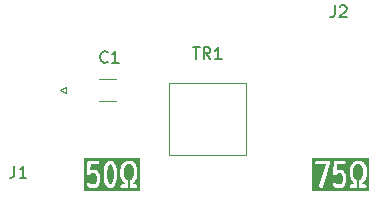
<source format=gbr>
%TF.GenerationSoftware,KiCad,Pcbnew,8.0.3*%
%TF.CreationDate,2024-07-19T13:19:08+02:00*%
%TF.ProjectId,Konwerter_impendancji.kicad_3_pcb,4b6f6e77-6572-4746-9572-5f696d70656e,rev?*%
%TF.SameCoordinates,Original*%
%TF.FileFunction,Legend,Top*%
%TF.FilePolarity,Positive*%
%FSLAX46Y46*%
G04 Gerber Fmt 4.6, Leading zero omitted, Abs format (unit mm)*
G04 Created by KiCad (PCBNEW 8.0.3) date 2024-07-19 13:19:08*
%MOMM*%
%LPD*%
G01*
G04 APERTURE LIST*
%ADD10C,0.300000*%
%ADD11C,0.150000*%
%ADD12C,0.120000*%
G04 APERTURE END LIST*
D10*
G36*
X137092221Y-113341860D02*
G01*
X132279231Y-113341860D01*
X132279231Y-110940374D01*
X132501453Y-110940374D01*
X132501453Y-110998902D01*
X132523851Y-111052974D01*
X132565235Y-111094358D01*
X132619307Y-111116756D01*
X132648571Y-111119638D01*
X133443803Y-111117411D01*
X132856698Y-112952479D01*
X132861475Y-113010811D01*
X132888210Y-113062873D01*
X132932834Y-113100743D01*
X132988555Y-113118654D01*
X133046887Y-113113877D01*
X133098949Y-113087142D01*
X133136819Y-113042518D01*
X133148518Y-113015539D01*
X133500986Y-111913857D01*
X133998793Y-111913857D01*
X134000641Y-111926796D01*
X133999676Y-111940198D01*
X134004767Y-111955673D01*
X134007071Y-111971795D01*
X134013824Y-111983201D01*
X134017968Y-111995794D01*
X134028590Y-112008138D01*
X134036890Y-112022156D01*
X134047496Y-112030110D01*
X134056141Y-112040157D01*
X134070681Y-112047498D01*
X134083713Y-112057272D01*
X134096553Y-112060561D01*
X134108386Y-112066536D01*
X134124629Y-112067754D01*
X134140409Y-112071797D01*
X134153529Y-112069922D01*
X134166750Y-112070914D01*
X134182225Y-112065822D01*
X134198347Y-112063519D01*
X134209753Y-112056765D01*
X134222346Y-112052622D01*
X134234690Y-112041999D01*
X134248708Y-112033700D01*
X134264988Y-112015929D01*
X134266709Y-112014449D01*
X134267156Y-112013563D01*
X134268572Y-112012018D01*
X134320792Y-111939494D01*
X134405540Y-111881223D01*
X134672211Y-111879234D01*
X134755623Y-111933130D01*
X134799565Y-111989408D01*
X134855836Y-112133992D01*
X134858239Y-112555479D01*
X134805670Y-112701123D01*
X134762062Y-112761687D01*
X134677316Y-112819956D01*
X134410644Y-112821945D01*
X134327232Y-112768048D01*
X134248708Y-112667480D01*
X134198347Y-112637661D01*
X134140409Y-112629383D01*
X134083713Y-112643908D01*
X134036890Y-112679024D01*
X134007071Y-112729385D01*
X133998793Y-112787323D01*
X134013318Y-112844019D01*
X134028570Y-112869160D01*
X134104879Y-112966892D01*
X134114044Y-112980577D01*
X134118260Y-112984030D01*
X134119862Y-112986081D01*
X134123121Y-112988010D01*
X134136794Y-112999208D01*
X134271245Y-113086082D01*
X134279521Y-113094358D01*
X134292147Y-113099588D01*
X134305601Y-113108281D01*
X134320017Y-113111132D01*
X134333593Y-113116756D01*
X134362857Y-113119638D01*
X134363009Y-113119636D01*
X134363015Y-113119638D01*
X134363021Y-113119636D01*
X134707007Y-113117071D01*
X134719841Y-113119638D01*
X134733828Y-113116871D01*
X134749263Y-113116756D01*
X134762837Y-113111133D01*
X134777256Y-113108281D01*
X134803204Y-113094446D01*
X134803327Y-113094361D01*
X134803335Y-113094358D01*
X134803341Y-113094351D01*
X134947251Y-112995402D01*
X134962994Y-112986081D01*
X134966714Y-112982019D01*
X134968813Y-112980577D01*
X134970922Y-112977426D01*
X134982858Y-112964399D01*
X135051093Y-112869634D01*
X135061760Y-112858219D01*
X135067026Y-112847506D01*
X135069538Y-112844019D01*
X135070404Y-112840635D01*
X135074734Y-112831830D01*
X135145838Y-112634831D01*
X135152832Y-112617949D01*
X135153169Y-112614521D01*
X135153740Y-112612941D01*
X135153633Y-112609808D01*
X135155714Y-112588685D01*
X135152987Y-112110416D01*
X135153740Y-112088239D01*
X135152841Y-112084869D01*
X135152832Y-112083231D01*
X135151631Y-112080333D01*
X135146163Y-112059827D01*
X135073874Y-111874088D01*
X135069538Y-111857161D01*
X135063257Y-111846807D01*
X135061760Y-111842961D01*
X135059374Y-111840408D01*
X135054286Y-111832020D01*
X134977981Y-111734293D01*
X134968813Y-111720603D01*
X134964593Y-111717147D01*
X134962994Y-111715099D01*
X134959736Y-111713170D01*
X134946062Y-111701972D01*
X134811608Y-111615095D01*
X134803335Y-111606822D01*
X134790710Y-111601592D01*
X134777256Y-111592899D01*
X134762837Y-111590046D01*
X134749263Y-111584424D01*
X134719999Y-111581542D01*
X134719846Y-111581543D01*
X134719841Y-111581542D01*
X134719834Y-111581543D01*
X134375849Y-111584108D01*
X134363015Y-111581542D01*
X134349027Y-111584308D01*
X134333593Y-111584424D01*
X134322967Y-111588825D01*
X134326408Y-111541066D01*
X135427142Y-111541066D01*
X135429803Y-112007852D01*
X135427319Y-112024548D01*
X135430002Y-112042690D01*
X135430024Y-112046521D01*
X135430871Y-112048565D01*
X135431621Y-112053637D01*
X135512942Y-112367042D01*
X135513206Y-112367398D01*
X135513317Y-112367831D01*
X135528570Y-112392971D01*
X135674475Y-112583203D01*
X135685472Y-112599624D01*
X135689768Y-112603142D01*
X135691293Y-112605130D01*
X135694551Y-112607059D01*
X135708223Y-112618255D01*
X135784840Y-112667760D01*
X135785915Y-112820744D01*
X135547878Y-112822520D01*
X135493806Y-112844918D01*
X135452422Y-112886302D01*
X135430024Y-112940374D01*
X135430024Y-112998902D01*
X135452422Y-113052974D01*
X135493806Y-113094358D01*
X135547878Y-113116756D01*
X135577142Y-113119638D01*
X135963549Y-113116756D01*
X136017621Y-113094358D01*
X136059005Y-113052974D01*
X136081403Y-112998902D01*
X136084285Y-112969638D01*
X136081699Y-112601599D01*
X136084285Y-112588528D01*
X136081510Y-112574653D01*
X136081403Y-112559421D01*
X136075719Y-112545699D01*
X136072807Y-112531138D01*
X136064628Y-112518925D01*
X136059005Y-112505349D01*
X136048506Y-112494850D01*
X136040241Y-112482508D01*
X136017732Y-112464076D01*
X136017621Y-112463965D01*
X136017570Y-112463944D01*
X136017490Y-112463878D01*
X135899110Y-112387387D01*
X135787766Y-112242216D01*
X135727091Y-112008379D01*
X135724588Y-111569441D01*
X135783342Y-111325206D01*
X135884524Y-111187224D01*
X136032764Y-111119390D01*
X136255182Y-111117355D01*
X136407255Y-111182962D01*
X136509373Y-111316106D01*
X136570049Y-111549944D01*
X136572552Y-111988881D01*
X136513797Y-112233115D01*
X136406194Y-112379856D01*
X136290457Y-112459434D01*
X136279520Y-112463965D01*
X136269949Y-112473535D01*
X136256900Y-112482508D01*
X136248634Y-112494850D01*
X136238136Y-112505349D01*
X136232512Y-112518925D01*
X136224334Y-112531138D01*
X136221421Y-112545700D01*
X136215738Y-112559421D01*
X136212886Y-112588373D01*
X136212856Y-112588527D01*
X136212866Y-112588579D01*
X136212856Y-112588685D01*
X136215738Y-112998902D01*
X136238136Y-113052974D01*
X136279520Y-113094358D01*
X136333592Y-113116756D01*
X136362856Y-113119638D01*
X136749263Y-113116756D01*
X136803335Y-113094358D01*
X136844719Y-113052974D01*
X136867117Y-112998902D01*
X136867117Y-112940374D01*
X136844719Y-112886302D01*
X136803335Y-112844918D01*
X136749263Y-112822520D01*
X136719999Y-112819638D01*
X136511813Y-112821190D01*
X136510743Y-112669018D01*
X136590105Y-112614450D01*
X136605849Y-112605129D01*
X136609570Y-112601066D01*
X136611669Y-112599624D01*
X136613778Y-112596473D01*
X136625713Y-112583447D01*
X136783823Y-112367831D01*
X136783933Y-112367400D01*
X136784198Y-112367043D01*
X136794091Y-112339352D01*
X136860961Y-112061381D01*
X136867117Y-112046521D01*
X136868905Y-112028357D01*
X136869822Y-112024549D01*
X136869496Y-112022360D01*
X136869999Y-112017257D01*
X136867337Y-111550469D01*
X136869822Y-111533774D01*
X136867138Y-111515631D01*
X136867117Y-111511802D01*
X136866270Y-111509757D01*
X136865520Y-111504685D01*
X136784198Y-111191280D01*
X136783933Y-111190922D01*
X136783823Y-111190492D01*
X136768570Y-111165352D01*
X136635001Y-110991203D01*
X136632520Y-110984752D01*
X136619726Y-110971287D01*
X136605849Y-110953194D01*
X136598271Y-110948707D01*
X136592205Y-110942323D01*
X136566634Y-110927804D01*
X136374955Y-110845109D01*
X136374764Y-110844918D01*
X136368416Y-110842288D01*
X136324437Y-110823315D01*
X136322491Y-110823265D01*
X136320692Y-110822520D01*
X136291428Y-110819638D01*
X136031715Y-110822014D01*
X136031213Y-110821821D01*
X136019133Y-110822129D01*
X135976449Y-110822520D01*
X135974649Y-110823265D01*
X135972704Y-110823315D01*
X135944792Y-110832566D01*
X135748472Y-110922400D01*
X135741654Y-110923375D01*
X135725697Y-110932822D01*
X135704936Y-110942323D01*
X135698870Y-110948706D01*
X135691293Y-110953193D01*
X135671429Y-110974875D01*
X135513317Y-111190492D01*
X135513206Y-111190924D01*
X135512942Y-111191281D01*
X135503049Y-111218972D01*
X135436180Y-111496940D01*
X135430024Y-111511802D01*
X135428235Y-111529967D01*
X135427319Y-111533775D01*
X135427644Y-111535962D01*
X135427142Y-111541066D01*
X134326408Y-111541066D01*
X134356813Y-111119107D01*
X134963549Y-111116756D01*
X135017621Y-111094358D01*
X135059005Y-111052974D01*
X135081403Y-110998902D01*
X135081403Y-110940374D01*
X135059005Y-110886302D01*
X135017621Y-110844918D01*
X134963549Y-110822520D01*
X134934285Y-110819638D01*
X134223805Y-110822391D01*
X134201820Y-110820743D01*
X134196486Y-110822497D01*
X134190735Y-110822520D01*
X134168794Y-110831608D01*
X134146224Y-110839034D01*
X134141913Y-110842743D01*
X134136663Y-110844918D01*
X134119871Y-110861709D01*
X134101861Y-110877207D01*
X134099298Y-110882282D01*
X134095279Y-110886302D01*
X134086188Y-110908247D01*
X134075482Y-110929453D01*
X134074078Y-110937483D01*
X134072881Y-110940374D01*
X134072881Y-110944333D01*
X134070419Y-110958419D01*
X134002662Y-111898753D01*
X133998793Y-111913857D01*
X133500986Y-111913857D01*
X133787014Y-111019843D01*
X133795689Y-110998902D01*
X133795689Y-110992730D01*
X133797587Y-110986798D01*
X133795689Y-110963625D01*
X133795689Y-110940374D01*
X133793315Y-110934642D01*
X133792809Y-110928465D01*
X133782190Y-110907785D01*
X133773291Y-110886302D01*
X133768906Y-110881917D01*
X133766075Y-110876403D01*
X133748348Y-110861359D01*
X133731907Y-110844918D01*
X133726178Y-110842545D01*
X133721451Y-110838533D01*
X133699319Y-110831419D01*
X133677835Y-110822520D01*
X133668891Y-110821639D01*
X133665730Y-110820623D01*
X133661822Y-110820943D01*
X133648571Y-110819638D01*
X132619307Y-110822520D01*
X132565235Y-110844918D01*
X132523851Y-110886302D01*
X132501453Y-110940374D01*
X132279231Y-110940374D01*
X132279231Y-110597416D01*
X137092221Y-110597416D01*
X137092221Y-113341860D01*
G37*
G36*
X115274194Y-111171225D02*
G01*
X115318138Y-111227505D01*
X115376908Y-111378513D01*
X115445716Y-111731976D01*
X115448271Y-112180150D01*
X115384238Y-112535196D01*
X115383835Y-112536017D01*
X115324241Y-112701125D01*
X115280634Y-112761685D01*
X115195296Y-112820362D01*
X115142421Y-112821247D01*
X115060090Y-112768049D01*
X115016147Y-112711770D01*
X114957375Y-112560763D01*
X114888568Y-112207299D01*
X114886013Y-111759123D01*
X114950046Y-111404076D01*
X114950448Y-111403259D01*
X115010042Y-111238151D01*
X115053651Y-111177589D01*
X115138988Y-111118913D01*
X115191862Y-111118028D01*
X115274194Y-111171225D01*
G37*
G36*
X117682221Y-113341860D02*
G01*
X112938000Y-113341860D01*
X112938000Y-111913857D01*
X113160222Y-111913857D01*
X113162070Y-111926796D01*
X113161105Y-111940198D01*
X113166196Y-111955673D01*
X113168500Y-111971795D01*
X113175253Y-111983201D01*
X113179397Y-111995794D01*
X113190019Y-112008138D01*
X113198319Y-112022156D01*
X113208925Y-112030110D01*
X113217570Y-112040157D01*
X113232110Y-112047498D01*
X113245142Y-112057272D01*
X113257982Y-112060561D01*
X113269815Y-112066536D01*
X113286058Y-112067754D01*
X113301838Y-112071797D01*
X113314958Y-112069922D01*
X113328179Y-112070914D01*
X113343654Y-112065822D01*
X113359776Y-112063519D01*
X113371182Y-112056765D01*
X113383775Y-112052622D01*
X113396119Y-112041999D01*
X113410137Y-112033700D01*
X113426417Y-112015929D01*
X113428138Y-112014449D01*
X113428585Y-112013563D01*
X113430001Y-112012018D01*
X113482221Y-111939494D01*
X113566969Y-111881223D01*
X113833640Y-111879234D01*
X113917052Y-111933130D01*
X113960994Y-111989408D01*
X114017265Y-112133992D01*
X114019668Y-112555479D01*
X113967099Y-112701123D01*
X113923491Y-112761687D01*
X113838745Y-112819956D01*
X113572073Y-112821945D01*
X113488661Y-112768048D01*
X113410137Y-112667480D01*
X113359776Y-112637661D01*
X113301838Y-112629383D01*
X113245142Y-112643908D01*
X113198319Y-112679024D01*
X113168500Y-112729385D01*
X113160222Y-112787323D01*
X113174747Y-112844019D01*
X113189999Y-112869160D01*
X113266308Y-112966892D01*
X113275473Y-112980577D01*
X113279689Y-112984030D01*
X113281291Y-112986081D01*
X113284550Y-112988010D01*
X113298223Y-112999208D01*
X113432674Y-113086082D01*
X113440950Y-113094358D01*
X113453576Y-113099588D01*
X113467030Y-113108281D01*
X113481446Y-113111132D01*
X113495022Y-113116756D01*
X113524286Y-113119638D01*
X113524438Y-113119636D01*
X113524444Y-113119638D01*
X113524450Y-113119636D01*
X113868436Y-113117071D01*
X113881270Y-113119638D01*
X113895257Y-113116871D01*
X113910692Y-113116756D01*
X113924266Y-113111133D01*
X113938685Y-113108281D01*
X113964633Y-113094446D01*
X113964756Y-113094361D01*
X113964764Y-113094358D01*
X113964770Y-113094351D01*
X114108680Y-112995402D01*
X114124423Y-112986081D01*
X114128143Y-112982019D01*
X114130242Y-112980577D01*
X114132351Y-112977426D01*
X114144287Y-112964399D01*
X114212522Y-112869634D01*
X114223189Y-112858219D01*
X114228455Y-112847506D01*
X114230967Y-112844019D01*
X114231833Y-112840635D01*
X114236163Y-112831830D01*
X114307267Y-112634831D01*
X114314261Y-112617949D01*
X114314598Y-112614521D01*
X114315169Y-112612941D01*
X114315062Y-112609808D01*
X114317143Y-112588685D01*
X114314416Y-112110416D01*
X114315169Y-112088239D01*
X114314270Y-112084869D01*
X114314261Y-112083231D01*
X114313060Y-112080333D01*
X114307592Y-112059827D01*
X114235303Y-111874088D01*
X114230967Y-111857161D01*
X114224686Y-111846807D01*
X114223189Y-111842961D01*
X114220803Y-111840408D01*
X114215715Y-111832020D01*
X114139410Y-111734293D01*
X114137568Y-111731542D01*
X114588571Y-111731542D01*
X114591205Y-112193601D01*
X114588580Y-112206082D01*
X114591140Y-112235376D01*
X114591452Y-112236983D01*
X114591453Y-112236997D01*
X114591457Y-112237008D01*
X114662368Y-112601279D01*
X114661973Y-112612941D01*
X114669550Y-112641354D01*
X114670790Y-112644541D01*
X114670794Y-112644559D01*
X114670802Y-112644571D01*
X114741837Y-112827089D01*
X114746175Y-112844020D01*
X114752456Y-112854373D01*
X114753953Y-112858219D01*
X114756338Y-112860771D01*
X114761428Y-112869161D01*
X114837732Y-112966885D01*
X114846901Y-112980577D01*
X114851120Y-112984032D01*
X114852721Y-112986082D01*
X114855978Y-112988010D01*
X114869652Y-112999208D01*
X115004101Y-113086081D01*
X115012378Y-113094358D01*
X115025006Y-113099589D01*
X115038457Y-113108280D01*
X115052871Y-113111131D01*
X115066450Y-113116756D01*
X115095714Y-113119638D01*
X115095859Y-113119635D01*
X115095872Y-113119638D01*
X115095886Y-113119635D01*
X115227389Y-113117433D01*
X115238413Y-113119638D01*
X115251608Y-113117027D01*
X115267835Y-113116756D01*
X115281413Y-113111131D01*
X115295828Y-113108280D01*
X115321776Y-113094446D01*
X115321899Y-113094361D01*
X115321907Y-113094358D01*
X115321913Y-113094351D01*
X115465819Y-112995404D01*
X115481564Y-112986082D01*
X115485285Y-112982019D01*
X115487384Y-112980577D01*
X115489493Y-112977426D01*
X115501428Y-112964400D01*
X115569665Y-112869634D01*
X115580333Y-112858218D01*
X115585597Y-112847509D01*
X115588110Y-112844020D01*
X115588977Y-112840633D01*
X115593306Y-112831829D01*
X115657689Y-112653451D01*
X115663490Y-112644560D01*
X115671716Y-112616328D01*
X115738045Y-112248552D01*
X115742832Y-112236997D01*
X115745714Y-112207733D01*
X115743079Y-111745673D01*
X115745705Y-111733193D01*
X115743145Y-111703899D01*
X115742832Y-111702291D01*
X115742832Y-111702278D01*
X115742827Y-111702266D01*
X115711447Y-111541066D01*
X116017142Y-111541066D01*
X116019803Y-112007852D01*
X116017319Y-112024548D01*
X116020002Y-112042690D01*
X116020024Y-112046521D01*
X116020871Y-112048565D01*
X116021621Y-112053637D01*
X116102942Y-112367042D01*
X116103206Y-112367398D01*
X116103317Y-112367831D01*
X116118570Y-112392971D01*
X116264475Y-112583203D01*
X116275472Y-112599624D01*
X116279768Y-112603142D01*
X116281293Y-112605130D01*
X116284551Y-112607059D01*
X116298223Y-112618255D01*
X116374840Y-112667760D01*
X116375915Y-112820744D01*
X116137878Y-112822520D01*
X116083806Y-112844918D01*
X116042422Y-112886302D01*
X116020024Y-112940374D01*
X116020024Y-112998902D01*
X116042422Y-113052974D01*
X116083806Y-113094358D01*
X116137878Y-113116756D01*
X116167142Y-113119638D01*
X116553549Y-113116756D01*
X116607621Y-113094358D01*
X116649005Y-113052974D01*
X116671403Y-112998902D01*
X116674285Y-112969638D01*
X116671699Y-112601599D01*
X116674285Y-112588528D01*
X116671510Y-112574653D01*
X116671403Y-112559421D01*
X116665719Y-112545699D01*
X116662807Y-112531138D01*
X116654628Y-112518925D01*
X116649005Y-112505349D01*
X116638506Y-112494850D01*
X116630241Y-112482508D01*
X116607732Y-112464076D01*
X116607621Y-112463965D01*
X116607570Y-112463944D01*
X116607490Y-112463878D01*
X116489110Y-112387387D01*
X116377766Y-112242216D01*
X116317091Y-112008379D01*
X116314588Y-111569441D01*
X116373342Y-111325206D01*
X116474524Y-111187224D01*
X116622764Y-111119390D01*
X116845182Y-111117355D01*
X116997255Y-111182962D01*
X117099373Y-111316106D01*
X117160049Y-111549944D01*
X117162552Y-111988881D01*
X117103797Y-112233115D01*
X116996194Y-112379856D01*
X116880457Y-112459434D01*
X116869520Y-112463965D01*
X116859949Y-112473535D01*
X116846900Y-112482508D01*
X116838634Y-112494850D01*
X116828136Y-112505349D01*
X116822512Y-112518925D01*
X116814334Y-112531138D01*
X116811421Y-112545700D01*
X116805738Y-112559421D01*
X116802886Y-112588373D01*
X116802856Y-112588527D01*
X116802866Y-112588579D01*
X116802856Y-112588685D01*
X116805738Y-112998902D01*
X116828136Y-113052974D01*
X116869520Y-113094358D01*
X116923592Y-113116756D01*
X116952856Y-113119638D01*
X117339263Y-113116756D01*
X117393335Y-113094358D01*
X117434719Y-113052974D01*
X117457117Y-112998902D01*
X117457117Y-112940374D01*
X117434719Y-112886302D01*
X117393335Y-112844918D01*
X117339263Y-112822520D01*
X117309999Y-112819638D01*
X117101813Y-112821190D01*
X117100743Y-112669018D01*
X117180105Y-112614450D01*
X117195849Y-112605129D01*
X117199570Y-112601066D01*
X117201669Y-112599624D01*
X117203778Y-112596473D01*
X117215713Y-112583447D01*
X117373823Y-112367831D01*
X117373933Y-112367400D01*
X117374198Y-112367043D01*
X117384091Y-112339352D01*
X117450961Y-112061381D01*
X117457117Y-112046521D01*
X117458905Y-112028357D01*
X117459822Y-112024549D01*
X117459496Y-112022360D01*
X117459999Y-112017257D01*
X117457337Y-111550469D01*
X117459822Y-111533774D01*
X117457138Y-111515631D01*
X117457117Y-111511802D01*
X117456270Y-111509757D01*
X117455520Y-111504685D01*
X117374198Y-111191280D01*
X117373933Y-111190922D01*
X117373823Y-111190492D01*
X117358570Y-111165352D01*
X117225001Y-110991203D01*
X117222520Y-110984752D01*
X117209726Y-110971287D01*
X117195849Y-110953194D01*
X117188271Y-110948707D01*
X117182205Y-110942323D01*
X117156634Y-110927804D01*
X116964955Y-110845109D01*
X116964764Y-110844918D01*
X116958416Y-110842288D01*
X116914437Y-110823315D01*
X116912491Y-110823265D01*
X116910692Y-110822520D01*
X116881428Y-110819638D01*
X116621715Y-110822014D01*
X116621213Y-110821821D01*
X116609133Y-110822129D01*
X116566449Y-110822520D01*
X116564649Y-110823265D01*
X116562704Y-110823315D01*
X116534792Y-110832566D01*
X116338472Y-110922400D01*
X116331654Y-110923375D01*
X116315697Y-110932822D01*
X116294936Y-110942323D01*
X116288870Y-110948706D01*
X116281293Y-110953193D01*
X116261429Y-110974875D01*
X116103317Y-111190492D01*
X116103206Y-111190924D01*
X116102942Y-111191281D01*
X116093049Y-111218972D01*
X116026180Y-111496940D01*
X116020024Y-111511802D01*
X116018235Y-111529967D01*
X116017319Y-111533775D01*
X116017644Y-111535962D01*
X116017142Y-111541066D01*
X115711447Y-111541066D01*
X115671915Y-111337994D01*
X115672311Y-111326334D01*
X115664734Y-111297922D01*
X115663494Y-111294736D01*
X115663490Y-111294715D01*
X115663479Y-111294699D01*
X115592447Y-111112184D01*
X115588110Y-111095254D01*
X115581829Y-111084902D01*
X115580333Y-111081057D01*
X115577947Y-111078503D01*
X115572857Y-111070114D01*
X115496551Y-110972389D01*
X115487384Y-110958699D01*
X115483164Y-110955243D01*
X115481564Y-110953194D01*
X115478304Y-110951263D01*
X115464633Y-110940069D01*
X115330184Y-110853195D01*
X115321907Y-110844918D01*
X115309278Y-110839686D01*
X115295828Y-110830996D01*
X115281413Y-110828144D01*
X115267835Y-110822520D01*
X115238571Y-110819638D01*
X115238425Y-110819640D01*
X115238413Y-110819638D01*
X115238398Y-110819640D01*
X115106895Y-110821842D01*
X115095872Y-110819638D01*
X115082676Y-110822248D01*
X115066450Y-110822520D01*
X115052871Y-110828144D01*
X115038457Y-110830996D01*
X115012509Y-110844830D01*
X115012385Y-110844914D01*
X115012378Y-110844918D01*
X115012371Y-110844924D01*
X114868464Y-110943872D01*
X114852721Y-110953194D01*
X114848999Y-110957256D01*
X114846901Y-110958699D01*
X114844792Y-110961848D01*
X114832857Y-110974875D01*
X114764616Y-111069643D01*
X114753953Y-111081056D01*
X114748689Y-111091762D01*
X114746175Y-111095254D01*
X114745307Y-111098641D01*
X114740979Y-111107445D01*
X114676594Y-111285825D01*
X114670794Y-111294716D01*
X114662568Y-111322947D01*
X114596239Y-111690722D01*
X114591453Y-111702278D01*
X114588571Y-111731542D01*
X114137568Y-111731542D01*
X114130242Y-111720603D01*
X114126022Y-111717147D01*
X114124423Y-111715099D01*
X114121165Y-111713170D01*
X114107491Y-111701972D01*
X113973037Y-111615095D01*
X113964764Y-111606822D01*
X113952139Y-111601592D01*
X113938685Y-111592899D01*
X113924266Y-111590046D01*
X113910692Y-111584424D01*
X113881428Y-111581542D01*
X113881275Y-111581543D01*
X113881270Y-111581542D01*
X113881263Y-111581543D01*
X113537278Y-111584108D01*
X113524444Y-111581542D01*
X113510456Y-111584308D01*
X113495022Y-111584424D01*
X113484396Y-111588825D01*
X113518242Y-111119107D01*
X114124978Y-111116756D01*
X114179050Y-111094358D01*
X114220434Y-111052974D01*
X114242832Y-110998902D01*
X114242832Y-110940374D01*
X114220434Y-110886302D01*
X114179050Y-110844918D01*
X114124978Y-110822520D01*
X114095714Y-110819638D01*
X113385234Y-110822391D01*
X113363249Y-110820743D01*
X113357915Y-110822497D01*
X113352164Y-110822520D01*
X113330223Y-110831608D01*
X113307653Y-110839034D01*
X113303342Y-110842743D01*
X113298092Y-110844918D01*
X113281300Y-110861709D01*
X113263290Y-110877207D01*
X113260727Y-110882282D01*
X113256708Y-110886302D01*
X113247617Y-110908247D01*
X113236911Y-110929453D01*
X113235507Y-110937483D01*
X113234310Y-110940374D01*
X113234310Y-110944333D01*
X113231848Y-110958419D01*
X113164091Y-111898753D01*
X113160222Y-111913857D01*
X112938000Y-111913857D01*
X112938000Y-110597416D01*
X117682221Y-110597416D01*
X117682221Y-113341860D01*
G37*
D11*
X114933333Y-102429580D02*
X114885714Y-102477200D01*
X114885714Y-102477200D02*
X114742857Y-102524819D01*
X114742857Y-102524819D02*
X114647619Y-102524819D01*
X114647619Y-102524819D02*
X114504762Y-102477200D01*
X114504762Y-102477200D02*
X114409524Y-102381961D01*
X114409524Y-102381961D02*
X114361905Y-102286723D01*
X114361905Y-102286723D02*
X114314286Y-102096247D01*
X114314286Y-102096247D02*
X114314286Y-101953390D01*
X114314286Y-101953390D02*
X114361905Y-101762914D01*
X114361905Y-101762914D02*
X114409524Y-101667676D01*
X114409524Y-101667676D02*
X114504762Y-101572438D01*
X114504762Y-101572438D02*
X114647619Y-101524819D01*
X114647619Y-101524819D02*
X114742857Y-101524819D01*
X114742857Y-101524819D02*
X114885714Y-101572438D01*
X114885714Y-101572438D02*
X114933333Y-101620057D01*
X115885714Y-102524819D02*
X115314286Y-102524819D01*
X115600000Y-102524819D02*
X115600000Y-101524819D01*
X115600000Y-101524819D02*
X115504762Y-101667676D01*
X115504762Y-101667676D02*
X115409524Y-101762914D01*
X115409524Y-101762914D02*
X115314286Y-101810533D01*
X122158095Y-101214819D02*
X122729523Y-101214819D01*
X122443809Y-102214819D02*
X122443809Y-101214819D01*
X123634285Y-102214819D02*
X123300952Y-101738628D01*
X123062857Y-102214819D02*
X123062857Y-101214819D01*
X123062857Y-101214819D02*
X123443809Y-101214819D01*
X123443809Y-101214819D02*
X123539047Y-101262438D01*
X123539047Y-101262438D02*
X123586666Y-101310057D01*
X123586666Y-101310057D02*
X123634285Y-101405295D01*
X123634285Y-101405295D02*
X123634285Y-101548152D01*
X123634285Y-101548152D02*
X123586666Y-101643390D01*
X123586666Y-101643390D02*
X123539047Y-101691009D01*
X123539047Y-101691009D02*
X123443809Y-101738628D01*
X123443809Y-101738628D02*
X123062857Y-101738628D01*
X124586666Y-102214819D02*
X124015238Y-102214819D01*
X124300952Y-102214819D02*
X124300952Y-101214819D01*
X124300952Y-101214819D02*
X124205714Y-101357676D01*
X124205714Y-101357676D02*
X124110476Y-101452914D01*
X124110476Y-101452914D02*
X124015238Y-101500533D01*
X107046666Y-111272319D02*
X107046666Y-111986604D01*
X107046666Y-111986604D02*
X106999047Y-112129461D01*
X106999047Y-112129461D02*
X106903809Y-112224700D01*
X106903809Y-112224700D02*
X106760952Y-112272319D01*
X106760952Y-112272319D02*
X106665714Y-112272319D01*
X108046666Y-112272319D02*
X107475238Y-112272319D01*
X107760952Y-112272319D02*
X107760952Y-111272319D01*
X107760952Y-111272319D02*
X107665714Y-111415176D01*
X107665714Y-111415176D02*
X107570476Y-111510414D01*
X107570476Y-111510414D02*
X107475238Y-111558033D01*
X134166666Y-97672319D02*
X134166666Y-98386604D01*
X134166666Y-98386604D02*
X134119047Y-98529461D01*
X134119047Y-98529461D02*
X134023809Y-98624700D01*
X134023809Y-98624700D02*
X133880952Y-98672319D01*
X133880952Y-98672319D02*
X133785714Y-98672319D01*
X134595238Y-97767557D02*
X134642857Y-97719938D01*
X134642857Y-97719938D02*
X134738095Y-97672319D01*
X134738095Y-97672319D02*
X134976190Y-97672319D01*
X134976190Y-97672319D02*
X135071428Y-97719938D01*
X135071428Y-97719938D02*
X135119047Y-97767557D01*
X135119047Y-97767557D02*
X135166666Y-97862795D01*
X135166666Y-97862795D02*
X135166666Y-97958033D01*
X135166666Y-97958033D02*
X135119047Y-98100890D01*
X135119047Y-98100890D02*
X134547619Y-98672319D01*
X134547619Y-98672319D02*
X135166666Y-98672319D01*
D12*
%TO.C,C1*%
X115661252Y-103907500D02*
X114238748Y-103907500D01*
X115661252Y-105727500D02*
X114238748Y-105727500D01*
%TO.C,TR1*%
X120160000Y-104230000D02*
X126640000Y-104230000D01*
X126640000Y-110330000D01*
X120160000Y-110330000D01*
X120160000Y-104230000D01*
%TO.C,J1*%
X110880000Y-104817500D02*
X111380000Y-104567500D01*
X111380000Y-104567500D02*
X111380000Y-105067500D01*
X111380000Y-105067500D02*
X110880000Y-104817500D01*
%TD*%
M02*

</source>
